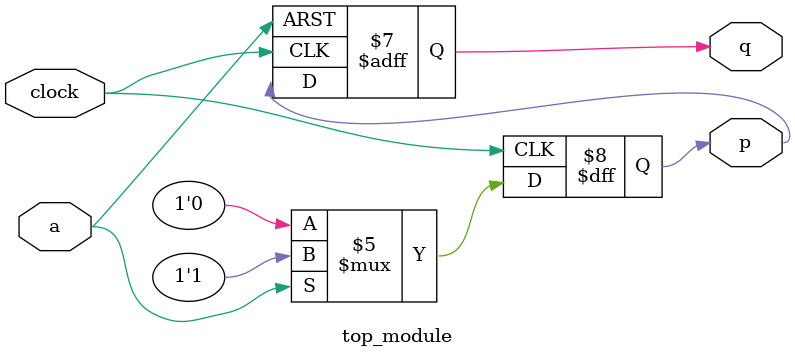
<source format=sv>
module top_module (
    input clock,
    input a, 
    output reg p,
    output reg q
);
    always @(posedge clock) begin
        if (a) begin
            p <= 1;
        end else begin
            p <= 0;
        end
    end
    
    always @(negedge clock or posedge a) begin
        if (a) begin
            q <= 0;
        end else if (clock == 0) begin
            q <= p;
        end
    end
endmodule

</source>
